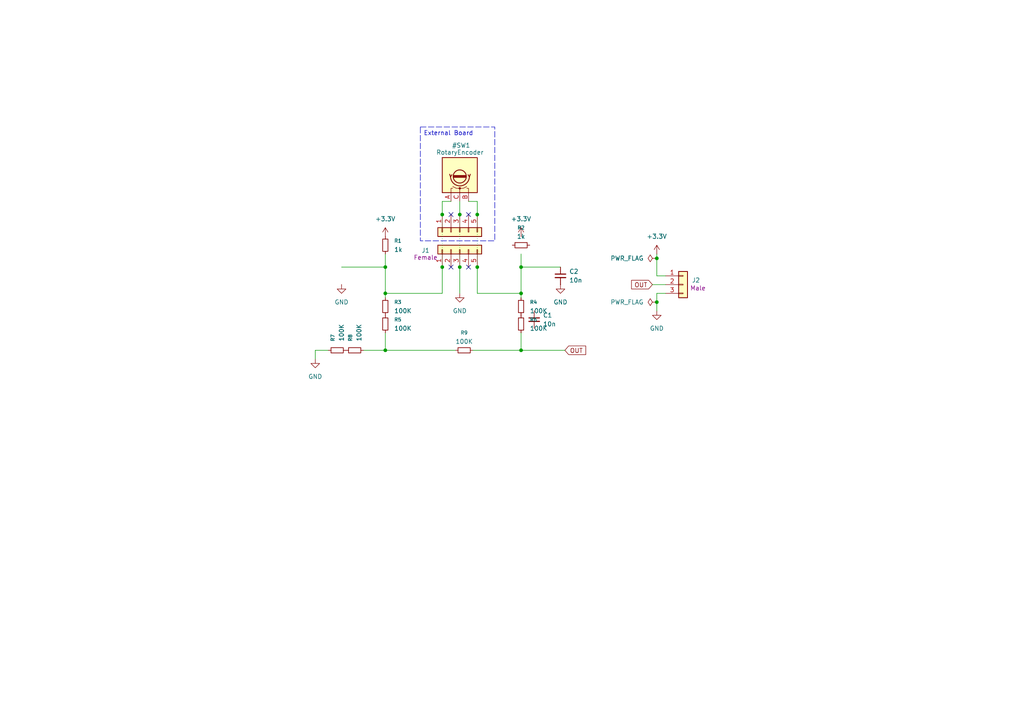
<source format=kicad_sch>
(kicad_sch (version 20250114) (generator "eeschema") (generator_version "9.0")
  (paper "A4")
  (lib_symbols
    (symbol "Connector_Generic:Conn_01x03" (pin_names (offset 1.016) (hide yes))
      (property "Reference" "J" (at 0 5.08 0))
      (property "Value" "Conn_01x03" (at 0 -5.08 0))
      (symbol "Conn_01x03_1_1"
        (rectangle (start -1.27 3.81) (end 1.27 -3.81) (stroke (width 0.254)) (fill (type background)))
        (rectangle (start -1.27 2.667) (end 0 2.413) (stroke (width 0.1524)))
        (rectangle (start -1.27 0.127) (end 0 -0.127) (stroke (width 0.1524)))
        (rectangle (start -1.27 -2.413) (end 0 -2.667) (stroke (width 0.1524)))
        (pin passive line (at -5.08 2.54 0) (length 3.81) (name "Pin_1") (number "1"))
        (pin passive line (at -5.08 0 0) (length 3.81) (name "Pin_2") (number "2"))
        (pin passive line (at -5.08 -2.54 0) (length 3.81) (name "Pin_3") (number "3"))
      )
    )
    (symbol "Connector_Generic:Conn_01x05" (pin_names (offset 1.016) (hide yes))
      (property "Reference" "J" (at 0 7.62 0))
      (property "Value" "Conn_01x05" (at 0 -7.62 0))
      (symbol "Conn_01x05_1_1"
        (rectangle (start -1.27 6.35) (end 1.27 -6.35) (stroke (width 0.254)) (fill (type background)))
        (rectangle (start -1.27 5.207) (end 0 4.953) (stroke (width 0.1524)))
        (rectangle (start -1.27 2.667) (end 0 2.413) (stroke (width 0.1524)))
        (rectangle (start -1.27 0.127) (end 0 -0.127) (stroke (width 0.1524)))
        (rectangle (start -1.27 -2.413) (end 0 -2.667) (stroke (width 0.1524)))
        (rectangle (start -1.27 -4.953) (end 0 -5.207) (stroke (width 0.1524)))
        (pin passive line (at -5.08 5.08 0) (length 3.81) (name "Pin_1") (number "1"))
        (pin passive line (at -5.08 2.54 0) (length 3.81) (name "Pin_2") (number "2"))
        (pin passive line (at -5.08 0 0) (length 3.81) (name "Pin_3") (number "3"))
        (pin passive line (at -5.08 -2.54 0) (length 3.81) (name "Pin_4") (number "4"))
        (pin passive line (at -5.08 -5.08 0) (length 3.81) (name "Pin_5") (number "5"))
      )
    )
    (symbol "Device:C_Small" (pin_numbers (hide yes)) (pin_names (offset 0.254) (hide yes))
      (property "Reference" "C" (at 0.254 1.778 0))
      (property "Value" "C_Small" (at 0.254 -2.032 0))
      (symbol "C_Small_0_1"
        (polyline (pts (xy -1.524 0.508) (xy 1.524 0.508)) (stroke (width 0.3048)))
        (polyline (pts (xy -1.524 -0.508) (xy 1.524 -0.508)) (stroke (width 0.3302)))
      )
      (symbol "C_Small_1_1"
        (pin passive line (at 0 2.54 270) (length 2.032) (name "~") (number "1"))
        (pin passive line (at 0 -2.54 90) (length 2.032) (name "~") (number "2"))
      )
    )
    (symbol "Device:R_Small" (pin_numbers (hide yes)) (pin_names (offset 0.254) (hide yes))
      (property "Reference" "R" (at 0 0 90))
      (property "Value" "R_Small" (at 1.778 0 90))
      (symbol "R_Small_0_1"
        (rectangle (start -0.762 1.778) (end 0.762 -1.778) (stroke (width 0.2032)))
      )
      (symbol "R_Small_1_1"
        (pin passive line (at 0 2.54 270) (length 0.762) (name "~") (number "1"))
        (pin passive line (at 0 -2.54 90) (length 0.762) (name "~") (number "2"))
      )
    )
    (symbol "Device:RotaryEncoder" (pin_names (offset 0.254) (hide yes))
      (property "Reference" "SW" (at 0 6.604 0))
      (property "Value" "RotaryEncoder" (at 0 -6.604 0))
      (symbol "RotaryEncoder_0_1"
        (rectangle (start -5.08 5.08) (end 5.08 -5.08) (stroke (width 0.254)) (fill (type background)))
        (polyline (pts (xy -5.08 2.54) (xy -3.81 2.54) (xy -3.81 2.032)))
        (polyline (pts (xy -5.08 0) (xy -3.81 0) (xy -3.81 -1.016) (xy -3.302 -2.032)))
        (polyline (pts (xy -5.08 -2.54) (xy -3.81 -2.54) (xy -3.81 -2.032)))
        (polyline (pts (xy -4.318 0) (xy -3.81 0) (xy -3.81 1.016) (xy -3.302 2.032)))
        (circle (center -3.81 0) (radius 0.254) (fill (type outline)))
        (polyline (pts (xy -0.635 -1.778) (xy -0.635 1.778)) (stroke (width 0.254)))
        (circle (center -0.381 0) (radius 1.905) (stroke (width 0.254)))
        (polyline (pts (xy -0.381 -1.778) (xy -0.381 1.778)) (stroke (width 0.254)))
        (arc (start -0.381 -2.794) (mid -3.0988 -0.0635) (end -0.381 2.667) (stroke (width 0.254)))
        (polyline (pts (xy -0.127 1.778) (xy -0.127 -1.778)) (stroke (width 0.254)))
        (polyline (pts (xy 0.254 2.921) (xy -0.508 2.667) (xy 0.127 2.286)) (stroke (width 0.254)))
        (polyline (pts (xy 0.254 -3.048) (xy -0.508 -2.794) (xy 0.127 -2.413)) (stroke (width 0.254)))
      )
      (symbol "RotaryEncoder_1_1"
        (pin passive line (at -7.62 2.54 0) (length 2.54) (name "A") (number "A"))
        (pin passive line (at -7.62 0 0) (length 2.54) (name "C") (number "C"))
        (pin passive line (at -7.62 -2.54 0) (length 2.54) (name "B") (number "B"))
      )
    )
    (symbol "power:+3.3V" (power) (pin_numbers (hide yes)) (pin_names (offset 0) (hide yes))
      (property "Value" "+3.3V" (at 0 3.556 0))
      (symbol "+3.3V_0_1"
        (polyline (pts (xy -0.762 1.27) (xy 0 2.54)))
        (polyline (pts (xy 0 2.54) (xy 0.762 1.27)))
        (polyline (pts (xy 0 0) (xy 0 2.54)))
      )
      (symbol "+3.3V_1_1"
        (pin power_in line (at 0 0 90) (length 0) (name "~") (number "1"))
      )
    )
    (symbol "power:GND" (power) (pin_numbers (hide yes)) (pin_names (offset 0) (hide yes))
      (property "Value" "GND" (at 0 -3.81 0))
      (symbol "GND_0_1"
        (polyline (pts (xy 0 0) (xy 0 -1.27) (xy 1.27 -1.27) (xy 0 -2.54) (xy -1.27 -1.27) (xy 0 -1.27)))
      )
      (symbol "GND_1_1"
        (pin power_in line (at 0 0 270) (length 0) (name "~") (number "1"))
      )
    )
    (symbol "power:PWR_FLAG" (power) (pin_numbers (hide yes)) (pin_names (offset 0) (hide yes))
      (property "Value" "PWR_FLAG" (at 0 3.81 0))
      (symbol "PWR_FLAG_0_0"
        (pin power_out line (at 0 0 90) (length 0) (name "~") (number "1"))
      )
      (symbol "PWR_FLAG_0_1"
        (polyline (pts (xy 0 0) (xy 0 1.27) (xy -1.016 1.905) (xy 0 2.54) (xy 1.016 1.905) (xy 0 1.27)))
      )
    )
  )
  (text_box "External Board" (at 121.92 36.83 0) (size 21.59 33.02) (margins 0.9525 0.9525 0.9525 0.9525) (stroke (width 0) (type dash)) (effects (font (size 1.27 1.27)) (justify left top)))
  (junction (at 111.76 85.09))
  (junction (at 128.27 77.47))
  (junction (at 133.35 77.47))
  (junction (at 151.13 85.09))
  (junction (at 190.5 87.63))
  (junction (at 133.35 62.23))
  (junction (at 138.43 62.23))
  (junction (at 128.27 62.23))
  (junction (at 138.43 77.47))
  (junction (at 151.13 101.6))
  (junction (at 111.76 101.6))
  (junction (at 151.13 77.47))
  (junction (at 111.76 77.47))
  (junction (at 190.5 74.93))
  (no_connect (at 130.81 62.23))
  (no_connect (at 130.81 77.47))
  (no_connect (at 135.89 62.23))
  (no_connect (at 135.89 77.47))
  (wire (pts (xy 133.35 58.42) (xy 133.35 62.23)))
  (wire (pts (xy 111.76 73.66) (xy 111.76 77.47)))
  (wire (pts (xy 133.35 62.23) (xy 133.35 77.47)) (stroke (width 0) (type dot)))
  (wire (pts (xy 111.76 101.6) (xy 132.08 101.6)))
  (wire (pts (xy 105.41 101.6) (xy 111.76 101.6)))
  (wire (pts (xy 189.23 82.55) (xy 193.04 82.55)))
  (wire (pts (xy 111.76 96.52) (xy 111.76 101.6)))
  (wire (pts (xy 133.35 77.47) (xy 133.35 85.09)))
  (wire (pts (xy 111.76 85.09) (xy 111.76 86.36)))
  (wire (pts (xy 95.25 101.6) (xy 91.44 101.6)))
  (wire (pts (xy 138.43 85.09) (xy 138.43 77.47)))
  (wire (pts (xy 190.5 74.93) (xy 190.5 80.01)))
  (wire (pts (xy 128.27 77.47) (xy 128.27 85.09)))
  (wire (pts (xy 190.5 80.01) (xy 193.04 80.01)))
  (wire (pts (xy 151.13 73.66) (xy 151.13 77.47)))
  (wire (pts (xy 111.76 85.09) (xy 128.27 85.09)))
  (wire (pts (xy 99.06 77.47) (xy 111.76 77.47)))
  (wire (pts (xy 91.44 101.6) (xy 91.44 104.14)))
  (wire (pts (xy 130.81 58.42) (xy 128.27 58.42)))
  (wire (pts (xy 190.5 73.66) (xy 190.5 74.93)))
  (wire (pts (xy 111.76 77.47) (xy 111.76 85.09)))
  (wire (pts (xy 151.13 77.47) (xy 151.13 85.09)))
  (wire (pts (xy 190.5 87.63) (xy 190.5 85.09)))
  (wire (pts (xy 137.16 101.6) (xy 151.13 101.6)))
  (wire (pts (xy 151.13 96.52) (xy 151.13 101.6)))
  (wire (pts (xy 138.43 58.42) (xy 138.43 62.23)))
  (wire (pts (xy 128.27 58.42) (xy 128.27 62.23)))
  (wire (pts (xy 190.5 90.17) (xy 190.5 87.63)))
  (wire (pts (xy 138.43 85.09) (xy 151.13 85.09)))
  (wire (pts (xy 151.13 101.6) (xy 163.83 101.6)))
  (wire (pts (xy 128.27 62.23) (xy 128.27 77.47)) (stroke (width 0) (type dot)))
  (wire (pts (xy 151.13 77.47) (xy 162.56 77.47)))
  (wire (pts (xy 138.43 62.23) (xy 138.43 77.47)) (stroke (width 0) (type dot)))
  (wire (pts (xy 151.13 85.09) (xy 151.13 86.36)))
  (wire (pts (xy 190.5 85.09) (xy 193.04 85.09)))
  (wire (pts (xy 135.89 58.42) (xy 138.43 58.42)))
  (global_label "OUT" (shape input) (at 163.83 101.6 0) (property "Intersheetrefs" "${INTERSHEET_REFS}" (effects (hide yes))))
  (global_label "OUT" (shape input) (at 189.23 82.55 180) (property "Intersheetrefs" "${INTERSHEET_REFS}" (effects (hide yes))))
  (symbol (lib_id "power:PWR_FLAG") (at 190.5 87.63 90) (unit 1)
    (property "Reference" "#FLG02" (effects (hide yes)))
    (property "Value" "PWR_FLAG" (at 186.69 87.6299 90) (effects (justify left)))
    (property "Description" "Special symbol for telling ERC where power comes from" (effects (hide yes)))
  )
  (symbol (lib_id "power:GND") (at 133.35 85.09 0) (unit 1)
    (property "Reference" "#PWR04" (effects (hide yes)))
    (property "Value" "GND" (at 133.35 90.17 0))
    (property "Description" "Power symbol creates a global label with name \"GND\" , ground" (effects (hide yes)))
  )
  (symbol (lib_id "Device:R_Small") (at 134.62 101.6 90) (unit 1)
    (property "Reference" "R9" (at 134.62 96.52 90) (effects (font (size 1.016 1.016))))
    (property "Value" "100K" (at 134.62 99.06 90))
    (property "Footprint" "Resistor_SMD:R_0805_2012Metric" (effects (hide yes)))
    (property "Description" "Resistor, small symbol" (effects (hide yes)))
  )
  (symbol (lib_id "Device:C_Small") (at 162.56 80.01 0) (unit 1)
    (property "Reference" "C2" (at 165.1 78.7462 0) (effects (justify left)))
    (property "Value" "10n" (at 165.1 81.2862 0) (effects (justify left)))
    (property "Footprint" "Capacitor_SMD:C_0805_2012Metric" (effects (hide yes)))
    (property "Description" "Unpolarized capacitor, small symbol" (effects (hide yes)))
  )
  (symbol (lib_id "Device:R_Small") (at 111.76 71.12 0) (unit 1)
    (property "Reference" "R1" (at 114.3 69.8499 0) (effects (font (size 1.016 1.016)) (justify left)))
    (property "Value" "1k" (at 114.3 72.3899 0) (effects (justify left)))
    (property "Footprint" "Resistor_SMD:R_0805_2012Metric" (effects (hide yes)))
    (property "Description" "Resistor, small symbol" (effects (hide yes)))
  )
  (symbol (lib_id "power:+3.3V") (at 111.76 68.58 0) (unit 1)
    (property "Reference" "#PWR01" (effects (hide yes)))
    (property "Value" "+3.3V" (at 111.76 63.5 0))
    (property "Description" "Power symbol creates a global label with name \"+3.3V\"" (effects (hide yes)))
  )
  (symbol (lib_id "power:+3.3V") (at 190.5 73.66 0) (unit 1)
    (property "Reference" "#PWR07" (effects (hide yes)))
    (property "Value" "+3.3V" (at 190.5 68.58 0))
    (property "Description" "Power symbol creates a global label with name \"+3.3V\"" (effects (hide yes)))
  )
  (symbol (lib_id "Connector_Generic:Conn_01x05") (at 133.35 72.39 90) (unit 1)
    (property "Reference" "J1" (at 123.444 72.644 90))
    (property "Value" "Conn_01x05" (effects (hide yes)))
    (property "Footprint" "Connector_PinHeader_2.54mm:PinHeader_1x05_P2.54mm_Vertical" (effects (hide yes)))
    (property "Description" "Generic connector, single row, 01x05, script generated (kicad-library-utils/schlib/autogen/connector/)" (effects (hide yes)))
    (property "Gender" "Female" (at 123.444 74.676 90))
  )
  (symbol (lib_id "Device:C_Small") (at 154.94 92.71 0) (unit 1)
    (property "Reference" "C1" (at 157.48 91.4462 0) (effects (justify left)))
    (property "Value" "10n" (at 157.48 93.9862 0) (effects (justify left)))
    (property "Footprint" "Capacitor_SMD:C_0805_2012Metric" (effects (hide yes)))
    (property "Description" "Unpolarized capacitor, small symbol" (effects (hide yes)))
  )
  (symbol (lib_id "Device:R_Small") (at 111.76 93.98 0) (unit 1)
    (property "Reference" "R5" (at 114.3 92.7099 0) (effects (font (size 1.016 1.016)) (justify left)))
    (property "Value" "100K" (at 114.3 95.2499 0) (effects (justify left)))
    (property "Footprint" "Resistor_SMD:R_0805_2012Metric" (effects (hide yes)))
    (property "Description" "Resistor, small symbol" (effects (hide yes)))
  )
  (symbol (lib_id "Device:R_Small") (at 111.76 88.9 0) (unit 1)
    (property "Reference" "R3" (at 114.3 87.6299 0) (effects (font (size 1.016 1.016)) (justify left)))
    (property "Value" "100K" (at 114.3 90.1699 0) (effects (justify left)))
    (property "Footprint" "Resistor_SMD:R_0805_2012Metric" (effects (hide yes)))
    (property "Description" "Resistor, small symbol" (effects (hide yes)))
  )
  (symbol (lib_id "Device:RotaryEncoder") (at 133.35 50.8 90) (unit 1)
    (property "Reference" "#SW1" (at 131.064 42.164 90) (effects (justify right)))
    (property "Value" "RotaryEncoder" (at 126.492 44.196 90) (effects (justify right)))
    (property "Description" "Rotary encoder, dual channel, incremental quadrate outputs" (effects (hide yes)))
  )
  (symbol (lib_id "Device:R_Small") (at 97.79 101.6 90) (unit 1)
    (property "Reference" "R7" (at 96.5199 99.06 0) (effects (font (size 1.016 1.016)) (justify left)))
    (property "Value" "100K" (at 99.0599 99.06 0) (effects (justify left)))
    (property "Footprint" "Resistor_SMD:R_0805_2012Metric" (effects (hide yes)))
    (property "Description" "Resistor, small symbol" (effects (hide yes)))
  )
  (symbol (lib_id "Device:R_Small") (at 151.13 88.9 0) (unit 1)
    (property "Reference" "R4" (at 153.67 87.6299 0) (effects (font (size 1.016 1.016)) (justify left)))
    (property "Value" "100K" (at 153.67 90.1699 0) (effects (justify left)))
    (property "Footprint" "Resistor_SMD:R_0805_2012Metric" (effects (hide yes)))
    (property "Description" "Resistor, small symbol" (effects (hide yes)))
  )
  (symbol (lib_id "power:GND") (at 190.5 90.17 0) (unit 1)
    (property "Reference" "#PWR08" (effects (hide yes)))
    (property "Value" "GND" (at 190.5 95.25 0))
    (property "Description" "Power symbol creates a global label with name \"GND\" , ground" (effects (hide yes)))
  )
  (symbol (lib_id "Connector_Generic:Conn_01x05") (at 133.35 67.31 90) (mirror x) (unit 1)
    (property "Reference" "#J2" (effects (hide yes)))
    (property "Value" "Conn_01x05" (effects (hide yes)))
    (property "Description" "Generic connector, single row, 01x05, script generated (kicad-library-utils/schlib/autogen/connector/)" (effects (hide yes)))
  )
  (symbol (lib_id "Device:R_Small") (at 102.87 101.6 90) (unit 1)
    (property "Reference" "R8" (at 101.5999 99.06 0) (effects (font (size 1.016 1.016)) (justify left)))
    (property "Value" "100K" (at 104.1399 99.06 0) (effects (justify left)))
    (property "Footprint" "Resistor_SMD:R_0805_2012Metric" (effects (hide yes)))
    (property "Description" "Resistor, small symbol" (effects (hide yes)))
  )
  (symbol (lib_id "power:GND") (at 91.44 104.14 0) (unit 1)
    (property "Reference" "#PWR05" (effects (hide yes)))
    (property "Value" "GND" (at 91.44 109.22 0))
    (property "Description" "Power symbol creates a global label with name \"GND\" , ground" (effects (hide yes)))
  )
  (symbol (lib_id "Device:R_Small") (at 151.13 93.98 0) (unit 1)
    (property "Reference" "R6" (at 153.67 92.7099 0) (effects (font (size 1.016 1.016)) (justify left)))
    (property "Value" "100K" (at 153.67 95.2499 0) (effects (justify left)))
    (property "Footprint" "Resistor_SMD:R_0805_2012Metric" (effects (hide yes)))
    (property "Description" "Resistor, small symbol" (effects (hide yes)))
  )
  (symbol (lib_id "Connector_Generic:Conn_01x03") (at 198.12 82.55 0) (unit 1)
    (property "Reference" "J2" (at 200.66 81.2799 0) (effects (justify left)))
    (property "Value" "Conn_01x03" (effects (hide yes)))
    (property "Footprint" "Connector_PinHeader_2.54mm:PinHeader_1x03_P2.54mm_Vertical" (effects (hide yes)))
    (property "Description" "Generic connector, single row, 01x03, script generated (kicad-library-utils/schlib/autogen/connector/)" (effects (hide yes)))
    (property "Gender" "Male" (at 202.438 83.566 0))
  )
  (symbol (lib_id "power:GND") (at 99.06 82.55 0) (unit 1)
    (property "Reference" "#PWR02" (effects (hide yes)))
    (property "Value" "GND" (at 99.06 87.63 0))
    (property "Description" "Power symbol creates a global label with name \"GND\" , ground" (effects (hide yes)))
  )
  (symbol (lib_id "Device:R_Small") (at 151.13 71.12 90) (unit 1)
    (property "Reference" "R2" (at 151.13 66.04 90) (effects (font (size 1.016 1.016))))
    (property "Value" "1k" (at 151.13 68.58 90))
    (property "Footprint" "Resistor_SMD:R_0805_2012Metric" (effects (hide yes)))
    (property "Description" "Resistor, small symbol" (effects (hide yes)))
  )
  (symbol (lib_id "power:+3.3V") (at 151.13 68.58 0) (unit 1)
    (property "Reference" "#PWR06" (effects (hide yes)))
    (property "Value" "+3.3V" (at 151.13 63.5 0))
    (property "Description" "Power symbol creates a global label with name \"+3.3V\"" (effects (hide yes)))
  )
  (symbol (lib_id "power:GND") (at 162.56 82.55 0) (unit 1)
    (property "Reference" "#PWR03" (effects (hide yes)))
    (property "Value" "GND" (at 162.56 87.63 0))
    (property "Description" "Power symbol creates a global label with name \"GND\" , ground" (effects (hide yes)))
  )
  (symbol (lib_id "power:PWR_FLAG") (at 190.5 74.93 90) (unit 1)
    (property "Reference" "#FLG01" (effects (hide yes)))
    (property "Value" "PWR_FLAG" (at 186.69 74.9299 90) (effects (justify left)))
    (property "Description" "Special symbol for telling ERC where power comes from" (effects (hide yes)))
  )
)
</source>
